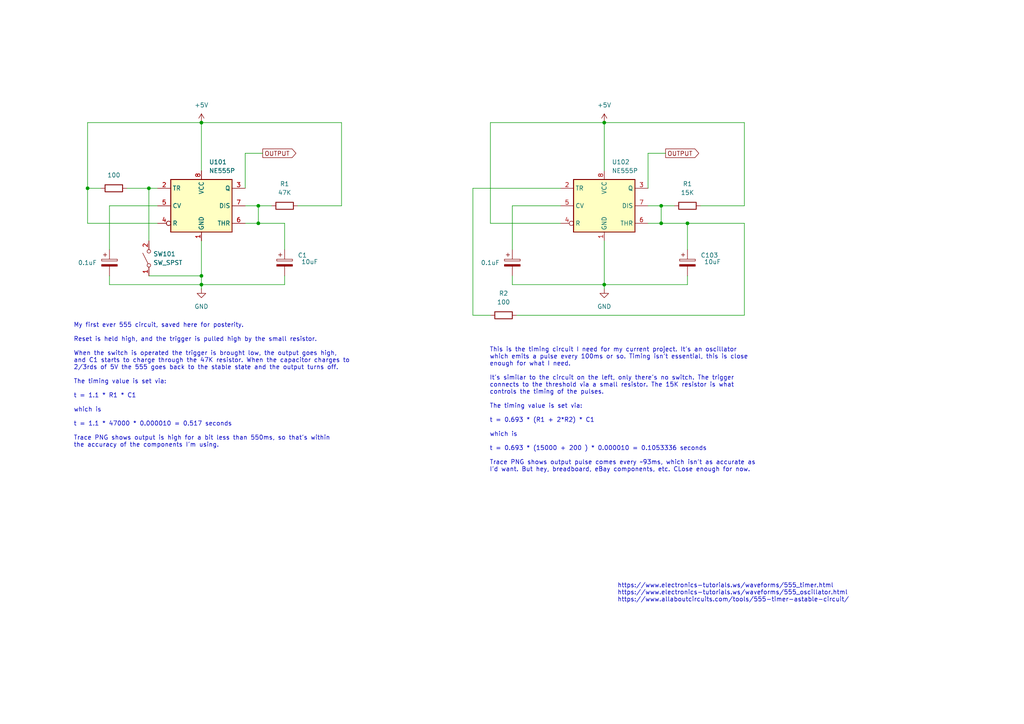
<source format=kicad_sch>
(kicad_sch (version 20231120) (generator "eeschema") (generator_version "8.0")
  (paper "A4")
  (lib_symbols
    (symbol "Device:C_Polarized" (pin_numbers hide) (pin_names (offset 0.254))
      (property "Reference" "C" (at 0.635 2.54 0))
      (property "Value" "C_Polarized" (at 0.635 -2.54 0))
      (symbol "C_Polarized_0_1"
        (rectangle (start -2.286 0.508) (end 2.286 1.016))
        (polyline (pts (xy -1.778 2.286) (xy -0.762 2.286)))
        (polyline (pts (xy -1.27 2.794) (xy -1.27 1.778)))
        (rectangle (start 2.286 -0.508) (end -2.286 -1.016) (fill (type outline)))
      )
      (symbol "C_Polarized_1_1"
        (pin passive line (at 0 3.81 270) (length 2.794) (name "~") (number "1"))
        (pin passive line (at 0 -3.81 90) (length 2.794) (name "~") (number "2"))
      )
    )
    (symbol "Device:R" (pin_numbers hide) (pin_names (offset 0))
      (property "Reference" "R" (at 2.032 0 90))
      (property "Value" "R" (at 0 0 90))
      (symbol "R_0_1"
        (rectangle (start -1.016 -2.54) (end 1.016 2.54) (stroke (width 0.254)))
      )
      (symbol "R_1_1"
        (pin passive line (at 0 3.81 270) (length 1.27) (name "~") (number "1"))
        (pin passive line (at 0 -3.81 90) (length 1.27) (name "~") (number "2"))
      )
    )
    (symbol "Switch:SW_SPST" (pin_names (offset 0) hide)
      (property "Reference" "SW" (at 0 3.175 0))
      (property "Value" "SW_SPST" (at 0 -2.54 0))
      (symbol "SW_SPST_0_0"
        (circle (center -2.032 0) (radius 0.508))
        (polyline (pts (xy -1.524 0.254) (xy 1.524 1.778)))
        (circle (center 2.032 0) (radius 0.508))
      )
      (symbol "SW_SPST_1_1"
        (pin passive line (at -5.08 0 0) (length 2.54) (name "A") (number "1"))
        (pin passive line (at 5.08 0 180) (length 2.54) (name "B") (number "2"))
      )
    )
    (symbol "Timer:NE555P"
      (property "Reference" "U" (at -10.16 8.89 0))
      (property "Value" "NE555P" (at 2.54 8.89 0))
      (symbol "NE555P_0_0"
        (pin power_in line (at 0 -10.16 90) (length 2.54) (name "GND") (number "1"))
        (pin power_in line (at 0 10.16 270) (length 2.54) (name "VCC") (number "8"))
      )
      (symbol "NE555P_0_1"
        (rectangle (start -8.89 -7.62) (end 8.89 7.62) (stroke (width 0.254)) (fill (type background)))
        (rectangle (start -8.89 -7.62) (end 8.89 7.62) (stroke (width 0.254)) (fill (type background)))
      )
      (symbol "NE555P_1_1"
        (pin input line (at -12.7 5.08 0) (length 3.81) (name "TR") (number "2"))
        (pin output line (at 12.7 5.08 180) (length 3.81) (name "Q") (number "3"))
        (pin input inverted (at -12.7 -5.08 0) (length 3.81) (name "R") (number "4"))
        (pin input line (at -12.7 0 0) (length 3.81) (name "CV") (number "5"))
        (pin input line (at 12.7 -5.08 180) (length 3.81) (name "THR") (number "6"))
        (pin input line (at 12.7 0 180) (length 3.81) (name "DIS") (number "7"))
      )
    )
    (symbol "power:+5V" (power) (pin_numbers hide) (pin_names (offset 0) hide)
      (property "Value" "+5V" (at 0 3.556 0))
      (symbol "+5V_0_1"
        (polyline (pts (xy -0.762 1.27) (xy 0 2.54)))
        (polyline (pts (xy 0 0) (xy 0 2.54)))
        (polyline (pts (xy 0 2.54) (xy 0.762 1.27)))
      )
      (symbol "+5V_1_1"
        (pin power_in line (at 0 0 90) (length 0) (name "~") (number "1"))
      )
    )
    (symbol "power:GND" (power) (pin_numbers hide) (pin_names (offset 0) hide)
      (property "Value" "GND" (at 0 -3.81 0))
      (symbol "GND_0_1"
        (polyline (pts (xy 0 0) (xy 0 -1.27) (xy 1.27 -1.27) (xy 0 -2.54) (xy -1.27 -1.27) (xy 0 -1.27)))
      )
      (symbol "GND_1_1"
        (pin power_in line (at 0 0 270) (length 0) (name "~") (number "1"))
      )
    )
  )
  (junction (at 191.77 64.77))
  (junction (at 25.4 54.61))
  (junction (at 74.93 64.77))
  (junction (at 199.39 64.77))
  (junction (at 58.42 82.55))
  (junction (at 175.26 82.55))
  (junction (at 58.42 35.56))
  (junction (at 58.42 80.01))
  (junction (at 191.77 59.69))
  (junction (at 175.26 35.56))
  (junction (at 74.93 59.69))
  (junction (at 43.18 54.61))
  (wire (pts (xy 25.4 54.61) (xy 25.4 64.77)))
  (wire (pts (xy 215.9 64.77) (xy 199.39 64.77)))
  (wire (pts (xy 137.16 54.61) (xy 162.56 54.61)))
  (wire (pts (xy 187.96 64.77) (xy 191.77 64.77)))
  (wire (pts (xy 82.55 80.01) (xy 82.55 82.55)))
  (wire (pts (xy 25.4 35.56) (xy 25.4 54.61)))
  (wire (pts (xy 25.4 35.56) (xy 58.42 35.56)))
  (wire (pts (xy 74.93 59.69) (xy 71.12 59.69)))
  (wire (pts (xy 199.39 64.77) (xy 191.77 64.77)))
  (wire (pts (xy 43.18 80.01) (xy 58.42 80.01)))
  (wire (pts (xy 142.24 64.77) (xy 162.56 64.77)))
  (wire (pts (xy 142.24 35.56) (xy 175.26 35.56)))
  (wire (pts (xy 31.75 82.55) (xy 58.42 82.55)))
  (wire (pts (xy 99.06 35.56) (xy 99.06 59.69)))
  (wire (pts (xy 43.18 54.61) (xy 43.18 69.85)))
  (wire (pts (xy 175.26 82.55) (xy 175.26 83.82)))
  (wire (pts (xy 149.86 91.44) (xy 215.9 91.44)))
  (wire (pts (xy 215.9 35.56) (xy 215.9 59.69)))
  (wire (pts (xy 148.59 82.55) (xy 175.26 82.55)))
  (wire (pts (xy 199.39 80.01) (xy 199.39 82.55)))
  (wire (pts (xy 175.26 35.56) (xy 175.26 49.53)))
  (wire (pts (xy 31.75 80.01) (xy 31.75 82.55)))
  (wire (pts (xy 187.96 54.61) (xy 187.96 44.45)))
  (wire (pts (xy 99.06 59.69) (xy 86.36 59.69)))
  (wire (pts (xy 148.59 59.69) (xy 148.59 72.39)))
  (wire (pts (xy 82.55 82.55) (xy 58.42 82.55)))
  (wire (pts (xy 142.24 35.56) (xy 142.24 64.77)))
  (wire (pts (xy 58.42 69.85) (xy 58.42 80.01)))
  (wire (pts (xy 58.42 35.56) (xy 99.06 35.56)))
  (wire (pts (xy 45.72 59.69) (xy 31.75 59.69)))
  (wire (pts (xy 58.42 80.01) (xy 58.42 82.55)))
  (wire (pts (xy 137.16 54.61) (xy 137.16 91.44)))
  (wire (pts (xy 162.56 59.69) (xy 148.59 59.69)))
  (wire (pts (xy 74.93 59.69) (xy 74.93 64.77)))
  (wire (pts (xy 199.39 82.55) (xy 175.26 82.55)))
  (wire (pts (xy 74.93 59.69) (xy 78.74 59.69)))
  (wire (pts (xy 36.83 54.61) (xy 43.18 54.61)))
  (wire (pts (xy 175.26 35.56) (xy 215.9 35.56)))
  (wire (pts (xy 148.59 80.01) (xy 148.59 82.55)))
  (wire (pts (xy 199.39 72.39) (xy 199.39 64.77)))
  (wire (pts (xy 215.9 91.44) (xy 215.9 64.77)))
  (wire (pts (xy 82.55 64.77) (xy 74.93 64.77)))
  (wire (pts (xy 71.12 64.77) (xy 74.93 64.77)))
  (wire (pts (xy 25.4 54.61) (xy 29.21 54.61)))
  (wire (pts (xy 137.16 91.44) (xy 142.24 91.44)))
  (wire (pts (xy 82.55 72.39) (xy 82.55 64.77)))
  (wire (pts (xy 58.42 82.55) (xy 58.42 83.82)))
  (wire (pts (xy 31.75 59.69) (xy 31.75 72.39)))
  (wire (pts (xy 215.9 59.69) (xy 203.2 59.69)))
  (wire (pts (xy 58.42 35.56) (xy 58.42 49.53)))
  (wire (pts (xy 71.12 54.61) (xy 71.12 44.45)))
  (wire (pts (xy 71.12 44.45) (xy 76.2 44.45)))
  (wire (pts (xy 25.4 64.77) (xy 45.72 64.77)))
  (wire (pts (xy 43.18 54.61) (xy 45.72 54.61)))
  (wire (pts (xy 187.96 44.45) (xy 193.04 44.45)))
  (wire (pts (xy 175.26 69.85) (xy 175.26 82.55)))
  (wire (pts (xy 191.77 59.69) (xy 195.58 59.69)))
  (wire (pts (xy 191.77 59.69) (xy 191.77 64.77)))
  (wire (pts (xy 191.77 59.69) (xy 187.96 59.69)))
  (text "My first ever 555 circuit, saved here for posterity.\n\nReset is held high, and the trigger is pulled high by the small resistor.\n\nWhen the switch is operated the trigger is brought low, the output goes high,\nand C1 starts to charge through the 47K resistor. When the capacitor charges to\n2/3rds of 5V the 555 goes back to the stable state and the output turns off.\n\nThe timing value is set via:\n\nt = 1.1 * R1 * C1\n\nwhich is\n\nt = 1.1 * 47000 * 0.000010 = 0.517 seconds\n\nTrace PNG shows output is high for a bit less than 550ms, so that's within\nthe accuracy of the components I'm using." (at 21.336 111.76 0) (effects (font (size 1.27 1.27)) (justify left)))
  (text "https://www.electronics-tutorials.ws/waveforms/555_timer.html\nhttps://www.electronics-tutorials.ws/waveforms/555_oscillator.html\nhttps://www.allaboutcircuits.com/tools/555-timer-astable-circuit/" (at 179.07 171.958 0) (effects (font (size 1.27 1.27)) (justify left)))
  (text "This is the timing circuit I need for my current project. It's an oscillator\nwhich emits a pulse every 100ms or so. Timing isn't essential, this is close\nenough for what I need.\n\nIt's similar to the circuit on the left, only there's no switch. The trigger\nconnects to the threshold via a small resistor. The 15K resistor is what\ncontrols the timing of the pulses.\n\nThe timing value is set via:\n\nt = 0.693 * (R1 + 2*R2) * C1\n\nwhich is\n\nt = 0.693 * (15000 + 200 ) * 0.000010 = 0.1053336 seconds\n\nTrace PNG shows output pulse comes every ~93ms, which isn't as accurate as\nI'd want. But hey, breadboard, eBay components, etc. CLose enough for now." (at 141.986 118.872 0) (effects (font (size 1.27 1.27)) (justify left)))
  (global_label "OUTPUT" (shape output) (at 76.2 44.45 0) (property "Intersheetrefs" "${INTERSHEET_REFS}" (effects (hide yes))))
  (global_label "OUTPUT" (shape output) (at 193.04 44.45 0) (property "Intersheetrefs" "${INTERSHEET_REFS}" (effects (hide yes))))
  (symbol (lib_id "power:+5V") (at 58.42 35.56 0) (unit 1)
    (property "Reference" "#PWR0101" (effects (hide yes)))
    (property "Value" "+5V" (at 58.42 30.48 0))
    (property "Description" "Power symbol creates a global label with name \"+5V\"" (effects (hide yes)))
  )
  (symbol (lib_id "Device:R") (at 146.05 91.44 90) (unit 1)
    (property "Reference" "R2" (at 146.05 85.09 90))
    (property "Value" "100" (at 146.05 87.63 90))
    (property "Description" "Resistor" (effects (hide yes)))
  )
  (symbol (lib_id "Switch:SW_SPST") (at 43.18 74.93 90) (unit 1)
    (property "Reference" "SW101" (at 44.45 73.6599 90) (effects (justify right)))
    (property "Value" "SW_SPST" (at 44.45 76.1999 90) (effects (justify right)))
    (property "Description" "Single Pole Single Throw (SPST) switch" (effects (hide yes)))
  )
  (symbol (lib_id "Device:C_Polarized") (at 31.75 76.2 0) (unit 1)
    (property "Reference" "C101" (effects (hide yes)))
    (property "Value" "0.1uF" (at 22.606 76.2 0) (effects (justify left)))
    (property "Description" "Polarized capacitor" (effects (hide yes)))
  )
  (symbol (lib_id "Device:R") (at 82.55 59.69 90) (unit 1)
    (property "Reference" "R1" (at 82.55 53.34 90))
    (property "Value" "47K" (at 82.55 55.88 90))
    (property "Description" "Resistor" (effects (hide yes)))
  )
  (symbol (lib_id "Timer:NE555P") (at 58.42 59.69 0) (unit 1)
    (property "Reference" "U101" (at 60.6141 46.99 0) (effects (justify left)))
    (property "Value" "NE555P" (at 60.6141 49.53 0) (effects (justify left)))
    (property "Footprint" "Package_DIP:DIP-8_W7.62mm" (effects (hide yes)))
    (property "Datasheet" "http://www.ti.com/lit/ds/symlink/ne555.pdf" (effects (hide yes)))
    (property "Description" "Precision Timers, 555 compatible,  PDIP-8" (effects (hide yes)))
  )
  (symbol (lib_id "Device:R") (at 33.02 54.61 90) (unit 1)
    (property "Reference" "R102" (effects (hide yes)))
    (property "Value" "100" (at 33.02 50.8 90))
    (property "Description" "Resistor" (effects (hide yes)))
  )
  (symbol (lib_id "Device:C_Polarized") (at 199.39 76.2 0) (unit 1)
    (property "Reference" "C103" (at 203.2 74.0409 0) (effects (justify left)))
    (property "Value" "10uF" (at 204.216 75.946 0) (effects (justify left)))
    (property "Description" "Polarized capacitor" (effects (hide yes)))
  )
  (symbol (lib_id "Timer:NE555P") (at 175.26 59.69 0) (unit 1)
    (property "Reference" "U102" (at 177.4541 46.99 0) (effects (justify left)))
    (property "Value" "NE555P" (at 177.4541 49.53 0) (effects (justify left)))
    (property "Footprint" "Package_DIP:DIP-8_W7.62mm" (effects (hide yes)))
    (property "Datasheet" "http://www.ti.com/lit/ds/symlink/ne555.pdf" (effects (hide yes)))
    (property "Description" "Precision Timers, 555 compatible,  PDIP-8" (effects (hide yes)))
  )
  (symbol (lib_id "power:GND") (at 175.26 83.82 0) (unit 1)
    (property "Reference" "#PWR0104" (effects (hide yes)))
    (property "Value" "GND" (at 175.26 88.9 0))
    (property "Description" "Power symbol creates a global label with name \"GND\" , ground" (effects (hide yes)))
  )
  (symbol (lib_id "Device:C_Polarized") (at 82.55 76.2 0) (unit 1)
    (property "Reference" "C1" (at 86.36 74.0409 0) (effects (justify left)))
    (property "Value" "10uF" (at 87.376 75.946 0) (effects (justify left)))
    (property "Description" "Polarized capacitor" (effects (hide yes)))
  )
  (symbol (lib_id "Device:R") (at 199.39 59.69 90) (unit 1)
    (property "Reference" "R1" (at 199.39 53.34 90))
    (property "Value" "15K" (at 199.39 55.88 90))
    (property "Description" "Resistor" (effects (hide yes)))
  )
  (symbol (lib_id "power:GND") (at 58.42 83.82 0) (unit 1)
    (property "Reference" "#PWR0102" (effects (hide yes)))
    (property "Value" "GND" (at 58.42 88.9 0))
    (property "Description" "Power symbol creates a global label with name \"GND\" , ground" (effects (hide yes)))
  )
  (symbol (lib_id "power:+5V") (at 175.26 35.56 0) (unit 1)
    (property "Reference" "#PWR0103" (effects (hide yes)))
    (property "Value" "+5V" (at 175.26 30.48 0))
    (property "Description" "Power symbol creates a global label with name \"+5V\"" (effects (hide yes)))
  )
  (symbol (lib_id "Device:C_Polarized") (at 148.59 76.2 0) (unit 1)
    (property "Reference" "C102" (effects (hide yes)))
    (property "Value" "0.1uF" (at 139.446 76.2 0) (effects (justify left)))
    (property "Description" "Polarized capacitor" (effects (hide yes)))
  )
)
</source>
